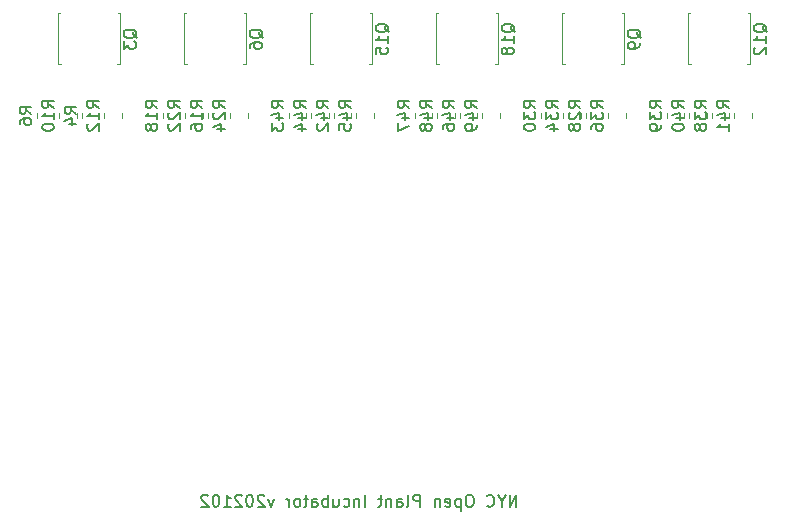
<source format=gbr>
%TF.GenerationSoftware,KiCad,Pcbnew,5.1.9+dfsg1-1*%
%TF.CreationDate,2021-02-28T18:52:37-05:00*%
%TF.ProjectId,incubator_pcb,696e6375-6261-4746-9f72-5f7063622e6b,rev?*%
%TF.SameCoordinates,Original*%
%TF.FileFunction,Legend,Bot*%
%TF.FilePolarity,Positive*%
%FSLAX46Y46*%
G04 Gerber Fmt 4.6, Leading zero omitted, Abs format (unit mm)*
G04 Created by KiCad (PCBNEW 5.1.9+dfsg1-1) date 2021-02-28 18:52:37*
%MOMM*%
%LPD*%
G01*
G04 APERTURE LIST*
%ADD10C,0.150000*%
%ADD11C,0.120000*%
G04 APERTURE END LIST*
D10*
X78587523Y-124912380D02*
X78587523Y-123912380D01*
X78016095Y-124912380D01*
X78016095Y-123912380D01*
X77349428Y-124436190D02*
X77349428Y-124912380D01*
X77682761Y-123912380D02*
X77349428Y-124436190D01*
X77016095Y-123912380D01*
X76111333Y-124817142D02*
X76158952Y-124864761D01*
X76301809Y-124912380D01*
X76397047Y-124912380D01*
X76539904Y-124864761D01*
X76635142Y-124769523D01*
X76682761Y-124674285D01*
X76730380Y-124483809D01*
X76730380Y-124340952D01*
X76682761Y-124150476D01*
X76635142Y-124055238D01*
X76539904Y-123960000D01*
X76397047Y-123912380D01*
X76301809Y-123912380D01*
X76158952Y-123960000D01*
X76111333Y-124007619D01*
X74730380Y-123912380D02*
X74539904Y-123912380D01*
X74444666Y-123960000D01*
X74349428Y-124055238D01*
X74301809Y-124245714D01*
X74301809Y-124579047D01*
X74349428Y-124769523D01*
X74444666Y-124864761D01*
X74539904Y-124912380D01*
X74730380Y-124912380D01*
X74825619Y-124864761D01*
X74920857Y-124769523D01*
X74968476Y-124579047D01*
X74968476Y-124245714D01*
X74920857Y-124055238D01*
X74825619Y-123960000D01*
X74730380Y-123912380D01*
X73873238Y-124245714D02*
X73873238Y-125245714D01*
X73873238Y-124293333D02*
X73778000Y-124245714D01*
X73587523Y-124245714D01*
X73492285Y-124293333D01*
X73444666Y-124340952D01*
X73397047Y-124436190D01*
X73397047Y-124721904D01*
X73444666Y-124817142D01*
X73492285Y-124864761D01*
X73587523Y-124912380D01*
X73778000Y-124912380D01*
X73873238Y-124864761D01*
X72587523Y-124864761D02*
X72682761Y-124912380D01*
X72873238Y-124912380D01*
X72968476Y-124864761D01*
X73016095Y-124769523D01*
X73016095Y-124388571D01*
X72968476Y-124293333D01*
X72873238Y-124245714D01*
X72682761Y-124245714D01*
X72587523Y-124293333D01*
X72539904Y-124388571D01*
X72539904Y-124483809D01*
X73016095Y-124579047D01*
X72111333Y-124245714D02*
X72111333Y-124912380D01*
X72111333Y-124340952D02*
X72063714Y-124293333D01*
X71968476Y-124245714D01*
X71825619Y-124245714D01*
X71730380Y-124293333D01*
X71682761Y-124388571D01*
X71682761Y-124912380D01*
X70444666Y-124912380D02*
X70444666Y-123912380D01*
X70063714Y-123912380D01*
X69968476Y-123960000D01*
X69920857Y-124007619D01*
X69873238Y-124102857D01*
X69873238Y-124245714D01*
X69920857Y-124340952D01*
X69968476Y-124388571D01*
X70063714Y-124436190D01*
X70444666Y-124436190D01*
X69301809Y-124912380D02*
X69397047Y-124864761D01*
X69444666Y-124769523D01*
X69444666Y-123912380D01*
X68492285Y-124912380D02*
X68492285Y-124388571D01*
X68539904Y-124293333D01*
X68635142Y-124245714D01*
X68825619Y-124245714D01*
X68920857Y-124293333D01*
X68492285Y-124864761D02*
X68587523Y-124912380D01*
X68825619Y-124912380D01*
X68920857Y-124864761D01*
X68968476Y-124769523D01*
X68968476Y-124674285D01*
X68920857Y-124579047D01*
X68825619Y-124531428D01*
X68587523Y-124531428D01*
X68492285Y-124483809D01*
X68016095Y-124245714D02*
X68016095Y-124912380D01*
X68016095Y-124340952D02*
X67968476Y-124293333D01*
X67873238Y-124245714D01*
X67730380Y-124245714D01*
X67635142Y-124293333D01*
X67587523Y-124388571D01*
X67587523Y-124912380D01*
X67254190Y-124245714D02*
X66873238Y-124245714D01*
X67111333Y-123912380D02*
X67111333Y-124769523D01*
X67063714Y-124864761D01*
X66968476Y-124912380D01*
X66873238Y-124912380D01*
X65778000Y-124912380D02*
X65778000Y-123912380D01*
X65301809Y-124245714D02*
X65301809Y-124912380D01*
X65301809Y-124340952D02*
X65254190Y-124293333D01*
X65158952Y-124245714D01*
X65016095Y-124245714D01*
X64920857Y-124293333D01*
X64873238Y-124388571D01*
X64873238Y-124912380D01*
X63968476Y-124864761D02*
X64063714Y-124912380D01*
X64254190Y-124912380D01*
X64349428Y-124864761D01*
X64397047Y-124817142D01*
X64444666Y-124721904D01*
X64444666Y-124436190D01*
X64397047Y-124340952D01*
X64349428Y-124293333D01*
X64254190Y-124245714D01*
X64063714Y-124245714D01*
X63968476Y-124293333D01*
X63111333Y-124245714D02*
X63111333Y-124912380D01*
X63539904Y-124245714D02*
X63539904Y-124769523D01*
X63492285Y-124864761D01*
X63397047Y-124912380D01*
X63254190Y-124912380D01*
X63158952Y-124864761D01*
X63111333Y-124817142D01*
X62635142Y-124912380D02*
X62635142Y-123912380D01*
X62635142Y-124293333D02*
X62539904Y-124245714D01*
X62349428Y-124245714D01*
X62254190Y-124293333D01*
X62206571Y-124340952D01*
X62158952Y-124436190D01*
X62158952Y-124721904D01*
X62206571Y-124817142D01*
X62254190Y-124864761D01*
X62349428Y-124912380D01*
X62539904Y-124912380D01*
X62635142Y-124864761D01*
X61301809Y-124912380D02*
X61301809Y-124388571D01*
X61349428Y-124293333D01*
X61444666Y-124245714D01*
X61635142Y-124245714D01*
X61730380Y-124293333D01*
X61301809Y-124864761D02*
X61397047Y-124912380D01*
X61635142Y-124912380D01*
X61730380Y-124864761D01*
X61778000Y-124769523D01*
X61778000Y-124674285D01*
X61730380Y-124579047D01*
X61635142Y-124531428D01*
X61397047Y-124531428D01*
X61301809Y-124483809D01*
X60968476Y-124245714D02*
X60587523Y-124245714D01*
X60825619Y-123912380D02*
X60825619Y-124769523D01*
X60778000Y-124864761D01*
X60682761Y-124912380D01*
X60587523Y-124912380D01*
X60111333Y-124912380D02*
X60206571Y-124864761D01*
X60254190Y-124817142D01*
X60301809Y-124721904D01*
X60301809Y-124436190D01*
X60254190Y-124340952D01*
X60206571Y-124293333D01*
X60111333Y-124245714D01*
X59968476Y-124245714D01*
X59873238Y-124293333D01*
X59825619Y-124340952D01*
X59778000Y-124436190D01*
X59778000Y-124721904D01*
X59825619Y-124817142D01*
X59873238Y-124864761D01*
X59968476Y-124912380D01*
X60111333Y-124912380D01*
X59349428Y-124912380D02*
X59349428Y-124245714D01*
X59349428Y-124436190D02*
X59301809Y-124340952D01*
X59254190Y-124293333D01*
X59158952Y-124245714D01*
X59063714Y-124245714D01*
X58063714Y-124245714D02*
X57825619Y-124912380D01*
X57587523Y-124245714D01*
X57254190Y-124007619D02*
X57206571Y-123960000D01*
X57111333Y-123912380D01*
X56873238Y-123912380D01*
X56778000Y-123960000D01*
X56730380Y-124007619D01*
X56682761Y-124102857D01*
X56682761Y-124198095D01*
X56730380Y-124340952D01*
X57301809Y-124912380D01*
X56682761Y-124912380D01*
X56063714Y-123912380D02*
X55968476Y-123912380D01*
X55873238Y-123960000D01*
X55825619Y-124007619D01*
X55778000Y-124102857D01*
X55730380Y-124293333D01*
X55730380Y-124531428D01*
X55778000Y-124721904D01*
X55825619Y-124817142D01*
X55873238Y-124864761D01*
X55968476Y-124912380D01*
X56063714Y-124912380D01*
X56158952Y-124864761D01*
X56206571Y-124817142D01*
X56254190Y-124721904D01*
X56301809Y-124531428D01*
X56301809Y-124293333D01*
X56254190Y-124102857D01*
X56206571Y-124007619D01*
X56158952Y-123960000D01*
X56063714Y-123912380D01*
X55349428Y-124007619D02*
X55301809Y-123960000D01*
X55206571Y-123912380D01*
X54968476Y-123912380D01*
X54873238Y-123960000D01*
X54825619Y-124007619D01*
X54778000Y-124102857D01*
X54778000Y-124198095D01*
X54825619Y-124340952D01*
X55397047Y-124912380D01*
X54778000Y-124912380D01*
X53825619Y-124912380D02*
X54397047Y-124912380D01*
X54111333Y-124912380D02*
X54111333Y-123912380D01*
X54206571Y-124055238D01*
X54301809Y-124150476D01*
X54397047Y-124198095D01*
X53206571Y-123912380D02*
X53111333Y-123912380D01*
X53016095Y-123960000D01*
X52968476Y-124007619D01*
X52920857Y-124102857D01*
X52873238Y-124293333D01*
X52873238Y-124531428D01*
X52920857Y-124721904D01*
X52968476Y-124817142D01*
X53016095Y-124864761D01*
X53111333Y-124912380D01*
X53206571Y-124912380D01*
X53301809Y-124864761D01*
X53349428Y-124817142D01*
X53397047Y-124721904D01*
X53444666Y-124531428D01*
X53444666Y-124293333D01*
X53397047Y-124102857D01*
X53349428Y-124007619D01*
X53301809Y-123960000D01*
X53206571Y-123912380D01*
X52492285Y-124007619D02*
X52444666Y-123960000D01*
X52349428Y-123912380D01*
X52111333Y-123912380D01*
X52016095Y-123960000D01*
X51968476Y-124007619D01*
X51920857Y-124102857D01*
X51920857Y-124198095D01*
X51968476Y-124340952D01*
X52539904Y-124912380D01*
X51920857Y-124912380D01*
D11*
X40020000Y-87405000D02*
X39820000Y-87405000D01*
X39820000Y-87405000D02*
X39820000Y-83105000D01*
X39820000Y-83105000D02*
X39970000Y-83105000D01*
X44870000Y-83105000D02*
X45020000Y-83105000D01*
X45020000Y-83105000D02*
X45020000Y-87405000D01*
X45020000Y-87405000D02*
X44820000Y-87405000D01*
X77189000Y-91577936D02*
X77189000Y-92032064D01*
X75719000Y-91577936D02*
X75719000Y-92032064D01*
X73379000Y-91577936D02*
X73379000Y-92032064D01*
X71909000Y-91577936D02*
X71909000Y-92032064D01*
X71474000Y-91577936D02*
X71474000Y-92032064D01*
X70004000Y-91577936D02*
X70004000Y-92032064D01*
X75284000Y-91577936D02*
X75284000Y-92032064D01*
X73814000Y-91577936D02*
X73814000Y-92032064D01*
X66521000Y-91577936D02*
X66521000Y-92032064D01*
X65051000Y-91577936D02*
X65051000Y-92032064D01*
X62711000Y-91577936D02*
X62711000Y-92032064D01*
X61241000Y-91577936D02*
X61241000Y-92032064D01*
X60806000Y-91577936D02*
X60806000Y-92032064D01*
X59336000Y-91577936D02*
X59336000Y-92032064D01*
X64616000Y-91577936D02*
X64616000Y-92032064D01*
X63146000Y-91577936D02*
X63146000Y-92032064D01*
X98525000Y-91577936D02*
X98525000Y-92032064D01*
X97055000Y-91577936D02*
X97055000Y-92032064D01*
X94715000Y-91577936D02*
X94715000Y-92032064D01*
X93245000Y-91577936D02*
X93245000Y-92032064D01*
X92810000Y-91577936D02*
X92810000Y-92032064D01*
X91340000Y-91577936D02*
X91340000Y-92032064D01*
X96620000Y-91577936D02*
X96620000Y-92032064D01*
X95150000Y-91577936D02*
X95150000Y-92032064D01*
X87857000Y-91577936D02*
X87857000Y-92032064D01*
X86387000Y-91577936D02*
X86387000Y-92032064D01*
X84047000Y-91577936D02*
X84047000Y-92032064D01*
X82577000Y-91577936D02*
X82577000Y-92032064D01*
X82142000Y-91577936D02*
X82142000Y-92032064D01*
X80672000Y-91577936D02*
X80672000Y-92032064D01*
X85952000Y-91577936D02*
X85952000Y-92032064D01*
X84482000Y-91577936D02*
X84482000Y-92032064D01*
X55853000Y-91577936D02*
X55853000Y-92032064D01*
X54383000Y-91577936D02*
X54383000Y-92032064D01*
X52043000Y-91577936D02*
X52043000Y-92032064D01*
X50573000Y-91577936D02*
X50573000Y-92032064D01*
X50138000Y-91577936D02*
X50138000Y-92032064D01*
X48668000Y-91577936D02*
X48668000Y-92032064D01*
X53948000Y-91577936D02*
X53948000Y-92032064D01*
X52478000Y-91577936D02*
X52478000Y-92032064D01*
X45185000Y-91577936D02*
X45185000Y-92032064D01*
X43715000Y-91577936D02*
X43715000Y-92032064D01*
X41375000Y-91577936D02*
X41375000Y-92032064D01*
X39905000Y-91577936D02*
X39905000Y-92032064D01*
X39470000Y-91577936D02*
X39470000Y-92032064D01*
X38000000Y-91577936D02*
X38000000Y-92032064D01*
X43280000Y-91577936D02*
X43280000Y-92032064D01*
X41810000Y-91577936D02*
X41810000Y-92032064D01*
X72024000Y-87405000D02*
X71824000Y-87405000D01*
X71824000Y-87405000D02*
X71824000Y-83105000D01*
X71824000Y-83105000D02*
X71974000Y-83105000D01*
X76874000Y-83105000D02*
X77024000Y-83105000D01*
X77024000Y-83105000D02*
X77024000Y-87405000D01*
X77024000Y-87405000D02*
X76824000Y-87405000D01*
X61356000Y-87405000D02*
X61156000Y-87405000D01*
X61156000Y-87405000D02*
X61156000Y-83105000D01*
X61156000Y-83105000D02*
X61306000Y-83105000D01*
X66206000Y-83105000D02*
X66356000Y-83105000D01*
X66356000Y-83105000D02*
X66356000Y-87405000D01*
X66356000Y-87405000D02*
X66156000Y-87405000D01*
X93360000Y-87405000D02*
X93160000Y-87405000D01*
X93160000Y-87405000D02*
X93160000Y-83105000D01*
X93160000Y-83105000D02*
X93310000Y-83105000D01*
X98210000Y-83105000D02*
X98360000Y-83105000D01*
X98360000Y-83105000D02*
X98360000Y-87405000D01*
X98360000Y-87405000D02*
X98160000Y-87405000D01*
X82692000Y-87405000D02*
X82492000Y-87405000D01*
X82492000Y-87405000D02*
X82492000Y-83105000D01*
X82492000Y-83105000D02*
X82642000Y-83105000D01*
X87542000Y-83105000D02*
X87692000Y-83105000D01*
X87692000Y-83105000D02*
X87692000Y-87405000D01*
X87692000Y-87405000D02*
X87492000Y-87405000D01*
X50688000Y-87405000D02*
X50488000Y-87405000D01*
X50488000Y-87405000D02*
X50488000Y-83105000D01*
X50488000Y-83105000D02*
X50638000Y-83105000D01*
X55538000Y-83105000D02*
X55688000Y-83105000D01*
X55688000Y-83105000D02*
X55688000Y-87405000D01*
X55688000Y-87405000D02*
X55488000Y-87405000D01*
D10*
X46447619Y-85239761D02*
X46400000Y-85144523D01*
X46304761Y-85049285D01*
X46161904Y-84906428D01*
X46114285Y-84811190D01*
X46114285Y-84715952D01*
X46352380Y-84763571D02*
X46304761Y-84668333D01*
X46209523Y-84573095D01*
X46019047Y-84525476D01*
X45685714Y-84525476D01*
X45495238Y-84573095D01*
X45400000Y-84668333D01*
X45352380Y-84763571D01*
X45352380Y-84954047D01*
X45400000Y-85049285D01*
X45495238Y-85144523D01*
X45685714Y-85192142D01*
X46019047Y-85192142D01*
X46209523Y-85144523D01*
X46304761Y-85049285D01*
X46352380Y-84954047D01*
X46352380Y-84763571D01*
X45352380Y-85525476D02*
X45352380Y-86144523D01*
X45733333Y-85811190D01*
X45733333Y-85954047D01*
X45780952Y-86049285D01*
X45828571Y-86096904D01*
X45923809Y-86144523D01*
X46161904Y-86144523D01*
X46257142Y-86096904D01*
X46304761Y-86049285D01*
X46352380Y-85954047D01*
X46352380Y-85668333D01*
X46304761Y-85573095D01*
X46257142Y-85525476D01*
X75256380Y-91162142D02*
X74780190Y-90828809D01*
X75256380Y-90590714D02*
X74256380Y-90590714D01*
X74256380Y-90971666D01*
X74304000Y-91066904D01*
X74351619Y-91114523D01*
X74446857Y-91162142D01*
X74589714Y-91162142D01*
X74684952Y-91114523D01*
X74732571Y-91066904D01*
X74780190Y-90971666D01*
X74780190Y-90590714D01*
X74589714Y-92019285D02*
X75256380Y-92019285D01*
X74208761Y-91781190D02*
X74923047Y-91543095D01*
X74923047Y-92162142D01*
X75256380Y-92590714D02*
X75256380Y-92781190D01*
X75208761Y-92876428D01*
X75161142Y-92924047D01*
X75018285Y-93019285D01*
X74827809Y-93066904D01*
X74446857Y-93066904D01*
X74351619Y-93019285D01*
X74304000Y-92971666D01*
X74256380Y-92876428D01*
X74256380Y-92685952D01*
X74304000Y-92590714D01*
X74351619Y-92543095D01*
X74446857Y-92495476D01*
X74684952Y-92495476D01*
X74780190Y-92543095D01*
X74827809Y-92590714D01*
X74875428Y-92685952D01*
X74875428Y-92876428D01*
X74827809Y-92971666D01*
X74780190Y-93019285D01*
X74684952Y-93066904D01*
X71446380Y-91162142D02*
X70970190Y-90828809D01*
X71446380Y-90590714D02*
X70446380Y-90590714D01*
X70446380Y-90971666D01*
X70494000Y-91066904D01*
X70541619Y-91114523D01*
X70636857Y-91162142D01*
X70779714Y-91162142D01*
X70874952Y-91114523D01*
X70922571Y-91066904D01*
X70970190Y-90971666D01*
X70970190Y-90590714D01*
X70779714Y-92019285D02*
X71446380Y-92019285D01*
X70398761Y-91781190D02*
X71113047Y-91543095D01*
X71113047Y-92162142D01*
X70874952Y-92685952D02*
X70827333Y-92590714D01*
X70779714Y-92543095D01*
X70684476Y-92495476D01*
X70636857Y-92495476D01*
X70541619Y-92543095D01*
X70494000Y-92590714D01*
X70446380Y-92685952D01*
X70446380Y-92876428D01*
X70494000Y-92971666D01*
X70541619Y-93019285D01*
X70636857Y-93066904D01*
X70684476Y-93066904D01*
X70779714Y-93019285D01*
X70827333Y-92971666D01*
X70874952Y-92876428D01*
X70874952Y-92685952D01*
X70922571Y-92590714D01*
X70970190Y-92543095D01*
X71065428Y-92495476D01*
X71255904Y-92495476D01*
X71351142Y-92543095D01*
X71398761Y-92590714D01*
X71446380Y-92685952D01*
X71446380Y-92876428D01*
X71398761Y-92971666D01*
X71351142Y-93019285D01*
X71255904Y-93066904D01*
X71065428Y-93066904D01*
X70970190Y-93019285D01*
X70922571Y-92971666D01*
X70874952Y-92876428D01*
X69541380Y-91162142D02*
X69065190Y-90828809D01*
X69541380Y-90590714D02*
X68541380Y-90590714D01*
X68541380Y-90971666D01*
X68589000Y-91066904D01*
X68636619Y-91114523D01*
X68731857Y-91162142D01*
X68874714Y-91162142D01*
X68969952Y-91114523D01*
X69017571Y-91066904D01*
X69065190Y-90971666D01*
X69065190Y-90590714D01*
X68874714Y-92019285D02*
X69541380Y-92019285D01*
X68493761Y-91781190D02*
X69208047Y-91543095D01*
X69208047Y-92162142D01*
X68541380Y-92447857D02*
X68541380Y-93114523D01*
X69541380Y-92685952D01*
X73351380Y-91162142D02*
X72875190Y-90828809D01*
X73351380Y-90590714D02*
X72351380Y-90590714D01*
X72351380Y-90971666D01*
X72399000Y-91066904D01*
X72446619Y-91114523D01*
X72541857Y-91162142D01*
X72684714Y-91162142D01*
X72779952Y-91114523D01*
X72827571Y-91066904D01*
X72875190Y-90971666D01*
X72875190Y-90590714D01*
X72684714Y-92019285D02*
X73351380Y-92019285D01*
X72303761Y-91781190D02*
X73018047Y-91543095D01*
X73018047Y-92162142D01*
X72351380Y-92971666D02*
X72351380Y-92781190D01*
X72399000Y-92685952D01*
X72446619Y-92638333D01*
X72589476Y-92543095D01*
X72779952Y-92495476D01*
X73160904Y-92495476D01*
X73256142Y-92543095D01*
X73303761Y-92590714D01*
X73351380Y-92685952D01*
X73351380Y-92876428D01*
X73303761Y-92971666D01*
X73256142Y-93019285D01*
X73160904Y-93066904D01*
X72922809Y-93066904D01*
X72827571Y-93019285D01*
X72779952Y-92971666D01*
X72732333Y-92876428D01*
X72732333Y-92685952D01*
X72779952Y-92590714D01*
X72827571Y-92543095D01*
X72922809Y-92495476D01*
X64588380Y-91162142D02*
X64112190Y-90828809D01*
X64588380Y-90590714D02*
X63588380Y-90590714D01*
X63588380Y-90971666D01*
X63636000Y-91066904D01*
X63683619Y-91114523D01*
X63778857Y-91162142D01*
X63921714Y-91162142D01*
X64016952Y-91114523D01*
X64064571Y-91066904D01*
X64112190Y-90971666D01*
X64112190Y-90590714D01*
X63921714Y-92019285D02*
X64588380Y-92019285D01*
X63540761Y-91781190D02*
X64255047Y-91543095D01*
X64255047Y-92162142D01*
X63588380Y-93019285D02*
X63588380Y-92543095D01*
X64064571Y-92495476D01*
X64016952Y-92543095D01*
X63969333Y-92638333D01*
X63969333Y-92876428D01*
X64016952Y-92971666D01*
X64064571Y-93019285D01*
X64159809Y-93066904D01*
X64397904Y-93066904D01*
X64493142Y-93019285D01*
X64540761Y-92971666D01*
X64588380Y-92876428D01*
X64588380Y-92638333D01*
X64540761Y-92543095D01*
X64493142Y-92495476D01*
X60778380Y-91162142D02*
X60302190Y-90828809D01*
X60778380Y-90590714D02*
X59778380Y-90590714D01*
X59778380Y-90971666D01*
X59826000Y-91066904D01*
X59873619Y-91114523D01*
X59968857Y-91162142D01*
X60111714Y-91162142D01*
X60206952Y-91114523D01*
X60254571Y-91066904D01*
X60302190Y-90971666D01*
X60302190Y-90590714D01*
X60111714Y-92019285D02*
X60778380Y-92019285D01*
X59730761Y-91781190D02*
X60445047Y-91543095D01*
X60445047Y-92162142D01*
X60111714Y-92971666D02*
X60778380Y-92971666D01*
X59730761Y-92733571D02*
X60445047Y-92495476D01*
X60445047Y-93114523D01*
X58873380Y-91162142D02*
X58397190Y-90828809D01*
X58873380Y-90590714D02*
X57873380Y-90590714D01*
X57873380Y-90971666D01*
X57921000Y-91066904D01*
X57968619Y-91114523D01*
X58063857Y-91162142D01*
X58206714Y-91162142D01*
X58301952Y-91114523D01*
X58349571Y-91066904D01*
X58397190Y-90971666D01*
X58397190Y-90590714D01*
X58206714Y-92019285D02*
X58873380Y-92019285D01*
X57825761Y-91781190D02*
X58540047Y-91543095D01*
X58540047Y-92162142D01*
X57873380Y-92447857D02*
X57873380Y-93066904D01*
X58254333Y-92733571D01*
X58254333Y-92876428D01*
X58301952Y-92971666D01*
X58349571Y-93019285D01*
X58444809Y-93066904D01*
X58682904Y-93066904D01*
X58778142Y-93019285D01*
X58825761Y-92971666D01*
X58873380Y-92876428D01*
X58873380Y-92590714D01*
X58825761Y-92495476D01*
X58778142Y-92447857D01*
X62683380Y-91162142D02*
X62207190Y-90828809D01*
X62683380Y-90590714D02*
X61683380Y-90590714D01*
X61683380Y-90971666D01*
X61731000Y-91066904D01*
X61778619Y-91114523D01*
X61873857Y-91162142D01*
X62016714Y-91162142D01*
X62111952Y-91114523D01*
X62159571Y-91066904D01*
X62207190Y-90971666D01*
X62207190Y-90590714D01*
X62016714Y-92019285D02*
X62683380Y-92019285D01*
X61635761Y-91781190D02*
X62350047Y-91543095D01*
X62350047Y-92162142D01*
X61778619Y-92495476D02*
X61731000Y-92543095D01*
X61683380Y-92638333D01*
X61683380Y-92876428D01*
X61731000Y-92971666D01*
X61778619Y-93019285D01*
X61873857Y-93066904D01*
X61969095Y-93066904D01*
X62111952Y-93019285D01*
X62683380Y-92447857D01*
X62683380Y-93066904D01*
X96592380Y-91162142D02*
X96116190Y-90828809D01*
X96592380Y-90590714D02*
X95592380Y-90590714D01*
X95592380Y-90971666D01*
X95640000Y-91066904D01*
X95687619Y-91114523D01*
X95782857Y-91162142D01*
X95925714Y-91162142D01*
X96020952Y-91114523D01*
X96068571Y-91066904D01*
X96116190Y-90971666D01*
X96116190Y-90590714D01*
X95925714Y-92019285D02*
X96592380Y-92019285D01*
X95544761Y-91781190D02*
X96259047Y-91543095D01*
X96259047Y-92162142D01*
X96592380Y-93066904D02*
X96592380Y-92495476D01*
X96592380Y-92781190D02*
X95592380Y-92781190D01*
X95735238Y-92685952D01*
X95830476Y-92590714D01*
X95878095Y-92495476D01*
X92782380Y-91162142D02*
X92306190Y-90828809D01*
X92782380Y-90590714D02*
X91782380Y-90590714D01*
X91782380Y-90971666D01*
X91830000Y-91066904D01*
X91877619Y-91114523D01*
X91972857Y-91162142D01*
X92115714Y-91162142D01*
X92210952Y-91114523D01*
X92258571Y-91066904D01*
X92306190Y-90971666D01*
X92306190Y-90590714D01*
X92115714Y-92019285D02*
X92782380Y-92019285D01*
X91734761Y-91781190D02*
X92449047Y-91543095D01*
X92449047Y-92162142D01*
X91782380Y-92733571D02*
X91782380Y-92828809D01*
X91830000Y-92924047D01*
X91877619Y-92971666D01*
X91972857Y-93019285D01*
X92163333Y-93066904D01*
X92401428Y-93066904D01*
X92591904Y-93019285D01*
X92687142Y-92971666D01*
X92734761Y-92924047D01*
X92782380Y-92828809D01*
X92782380Y-92733571D01*
X92734761Y-92638333D01*
X92687142Y-92590714D01*
X92591904Y-92543095D01*
X92401428Y-92495476D01*
X92163333Y-92495476D01*
X91972857Y-92543095D01*
X91877619Y-92590714D01*
X91830000Y-92638333D01*
X91782380Y-92733571D01*
X90877380Y-91162142D02*
X90401190Y-90828809D01*
X90877380Y-90590714D02*
X89877380Y-90590714D01*
X89877380Y-90971666D01*
X89925000Y-91066904D01*
X89972619Y-91114523D01*
X90067857Y-91162142D01*
X90210714Y-91162142D01*
X90305952Y-91114523D01*
X90353571Y-91066904D01*
X90401190Y-90971666D01*
X90401190Y-90590714D01*
X89877380Y-91495476D02*
X89877380Y-92114523D01*
X90258333Y-91781190D01*
X90258333Y-91924047D01*
X90305952Y-92019285D01*
X90353571Y-92066904D01*
X90448809Y-92114523D01*
X90686904Y-92114523D01*
X90782142Y-92066904D01*
X90829761Y-92019285D01*
X90877380Y-91924047D01*
X90877380Y-91638333D01*
X90829761Y-91543095D01*
X90782142Y-91495476D01*
X90877380Y-92590714D02*
X90877380Y-92781190D01*
X90829761Y-92876428D01*
X90782142Y-92924047D01*
X90639285Y-93019285D01*
X90448809Y-93066904D01*
X90067857Y-93066904D01*
X89972619Y-93019285D01*
X89925000Y-92971666D01*
X89877380Y-92876428D01*
X89877380Y-92685952D01*
X89925000Y-92590714D01*
X89972619Y-92543095D01*
X90067857Y-92495476D01*
X90305952Y-92495476D01*
X90401190Y-92543095D01*
X90448809Y-92590714D01*
X90496428Y-92685952D01*
X90496428Y-92876428D01*
X90448809Y-92971666D01*
X90401190Y-93019285D01*
X90305952Y-93066904D01*
X94687380Y-91162142D02*
X94211190Y-90828809D01*
X94687380Y-90590714D02*
X93687380Y-90590714D01*
X93687380Y-90971666D01*
X93735000Y-91066904D01*
X93782619Y-91114523D01*
X93877857Y-91162142D01*
X94020714Y-91162142D01*
X94115952Y-91114523D01*
X94163571Y-91066904D01*
X94211190Y-90971666D01*
X94211190Y-90590714D01*
X93687380Y-91495476D02*
X93687380Y-92114523D01*
X94068333Y-91781190D01*
X94068333Y-91924047D01*
X94115952Y-92019285D01*
X94163571Y-92066904D01*
X94258809Y-92114523D01*
X94496904Y-92114523D01*
X94592142Y-92066904D01*
X94639761Y-92019285D01*
X94687380Y-91924047D01*
X94687380Y-91638333D01*
X94639761Y-91543095D01*
X94592142Y-91495476D01*
X94115952Y-92685952D02*
X94068333Y-92590714D01*
X94020714Y-92543095D01*
X93925476Y-92495476D01*
X93877857Y-92495476D01*
X93782619Y-92543095D01*
X93735000Y-92590714D01*
X93687380Y-92685952D01*
X93687380Y-92876428D01*
X93735000Y-92971666D01*
X93782619Y-93019285D01*
X93877857Y-93066904D01*
X93925476Y-93066904D01*
X94020714Y-93019285D01*
X94068333Y-92971666D01*
X94115952Y-92876428D01*
X94115952Y-92685952D01*
X94163571Y-92590714D01*
X94211190Y-92543095D01*
X94306428Y-92495476D01*
X94496904Y-92495476D01*
X94592142Y-92543095D01*
X94639761Y-92590714D01*
X94687380Y-92685952D01*
X94687380Y-92876428D01*
X94639761Y-92971666D01*
X94592142Y-93019285D01*
X94496904Y-93066904D01*
X94306428Y-93066904D01*
X94211190Y-93019285D01*
X94163571Y-92971666D01*
X94115952Y-92876428D01*
X85924380Y-91162142D02*
X85448190Y-90828809D01*
X85924380Y-90590714D02*
X84924380Y-90590714D01*
X84924380Y-90971666D01*
X84972000Y-91066904D01*
X85019619Y-91114523D01*
X85114857Y-91162142D01*
X85257714Y-91162142D01*
X85352952Y-91114523D01*
X85400571Y-91066904D01*
X85448190Y-90971666D01*
X85448190Y-90590714D01*
X84924380Y-91495476D02*
X84924380Y-92114523D01*
X85305333Y-91781190D01*
X85305333Y-91924047D01*
X85352952Y-92019285D01*
X85400571Y-92066904D01*
X85495809Y-92114523D01*
X85733904Y-92114523D01*
X85829142Y-92066904D01*
X85876761Y-92019285D01*
X85924380Y-91924047D01*
X85924380Y-91638333D01*
X85876761Y-91543095D01*
X85829142Y-91495476D01*
X84924380Y-92971666D02*
X84924380Y-92781190D01*
X84972000Y-92685952D01*
X85019619Y-92638333D01*
X85162476Y-92543095D01*
X85352952Y-92495476D01*
X85733904Y-92495476D01*
X85829142Y-92543095D01*
X85876761Y-92590714D01*
X85924380Y-92685952D01*
X85924380Y-92876428D01*
X85876761Y-92971666D01*
X85829142Y-93019285D01*
X85733904Y-93066904D01*
X85495809Y-93066904D01*
X85400571Y-93019285D01*
X85352952Y-92971666D01*
X85305333Y-92876428D01*
X85305333Y-92685952D01*
X85352952Y-92590714D01*
X85400571Y-92543095D01*
X85495809Y-92495476D01*
X82114380Y-91162142D02*
X81638190Y-90828809D01*
X82114380Y-90590714D02*
X81114380Y-90590714D01*
X81114380Y-90971666D01*
X81162000Y-91066904D01*
X81209619Y-91114523D01*
X81304857Y-91162142D01*
X81447714Y-91162142D01*
X81542952Y-91114523D01*
X81590571Y-91066904D01*
X81638190Y-90971666D01*
X81638190Y-90590714D01*
X81114380Y-91495476D02*
X81114380Y-92114523D01*
X81495333Y-91781190D01*
X81495333Y-91924047D01*
X81542952Y-92019285D01*
X81590571Y-92066904D01*
X81685809Y-92114523D01*
X81923904Y-92114523D01*
X82019142Y-92066904D01*
X82066761Y-92019285D01*
X82114380Y-91924047D01*
X82114380Y-91638333D01*
X82066761Y-91543095D01*
X82019142Y-91495476D01*
X81447714Y-92971666D02*
X82114380Y-92971666D01*
X81066761Y-92733571D02*
X81781047Y-92495476D01*
X81781047Y-93114523D01*
X80209380Y-91162142D02*
X79733190Y-90828809D01*
X80209380Y-90590714D02*
X79209380Y-90590714D01*
X79209380Y-90971666D01*
X79257000Y-91066904D01*
X79304619Y-91114523D01*
X79399857Y-91162142D01*
X79542714Y-91162142D01*
X79637952Y-91114523D01*
X79685571Y-91066904D01*
X79733190Y-90971666D01*
X79733190Y-90590714D01*
X79209380Y-91495476D02*
X79209380Y-92114523D01*
X79590333Y-91781190D01*
X79590333Y-91924047D01*
X79637952Y-92019285D01*
X79685571Y-92066904D01*
X79780809Y-92114523D01*
X80018904Y-92114523D01*
X80114142Y-92066904D01*
X80161761Y-92019285D01*
X80209380Y-91924047D01*
X80209380Y-91638333D01*
X80161761Y-91543095D01*
X80114142Y-91495476D01*
X79209380Y-92733571D02*
X79209380Y-92828809D01*
X79257000Y-92924047D01*
X79304619Y-92971666D01*
X79399857Y-93019285D01*
X79590333Y-93066904D01*
X79828428Y-93066904D01*
X80018904Y-93019285D01*
X80114142Y-92971666D01*
X80161761Y-92924047D01*
X80209380Y-92828809D01*
X80209380Y-92733571D01*
X80161761Y-92638333D01*
X80114142Y-92590714D01*
X80018904Y-92543095D01*
X79828428Y-92495476D01*
X79590333Y-92495476D01*
X79399857Y-92543095D01*
X79304619Y-92590714D01*
X79257000Y-92638333D01*
X79209380Y-92733571D01*
X84019380Y-91162142D02*
X83543190Y-90828809D01*
X84019380Y-90590714D02*
X83019380Y-90590714D01*
X83019380Y-90971666D01*
X83067000Y-91066904D01*
X83114619Y-91114523D01*
X83209857Y-91162142D01*
X83352714Y-91162142D01*
X83447952Y-91114523D01*
X83495571Y-91066904D01*
X83543190Y-90971666D01*
X83543190Y-90590714D01*
X83114619Y-91543095D02*
X83067000Y-91590714D01*
X83019380Y-91685952D01*
X83019380Y-91924047D01*
X83067000Y-92019285D01*
X83114619Y-92066904D01*
X83209857Y-92114523D01*
X83305095Y-92114523D01*
X83447952Y-92066904D01*
X84019380Y-91495476D01*
X84019380Y-92114523D01*
X83447952Y-92685952D02*
X83400333Y-92590714D01*
X83352714Y-92543095D01*
X83257476Y-92495476D01*
X83209857Y-92495476D01*
X83114619Y-92543095D01*
X83067000Y-92590714D01*
X83019380Y-92685952D01*
X83019380Y-92876428D01*
X83067000Y-92971666D01*
X83114619Y-93019285D01*
X83209857Y-93066904D01*
X83257476Y-93066904D01*
X83352714Y-93019285D01*
X83400333Y-92971666D01*
X83447952Y-92876428D01*
X83447952Y-92685952D01*
X83495571Y-92590714D01*
X83543190Y-92543095D01*
X83638428Y-92495476D01*
X83828904Y-92495476D01*
X83924142Y-92543095D01*
X83971761Y-92590714D01*
X84019380Y-92685952D01*
X84019380Y-92876428D01*
X83971761Y-92971666D01*
X83924142Y-93019285D01*
X83828904Y-93066904D01*
X83638428Y-93066904D01*
X83543190Y-93019285D01*
X83495571Y-92971666D01*
X83447952Y-92876428D01*
X53920380Y-91162142D02*
X53444190Y-90828809D01*
X53920380Y-90590714D02*
X52920380Y-90590714D01*
X52920380Y-90971666D01*
X52968000Y-91066904D01*
X53015619Y-91114523D01*
X53110857Y-91162142D01*
X53253714Y-91162142D01*
X53348952Y-91114523D01*
X53396571Y-91066904D01*
X53444190Y-90971666D01*
X53444190Y-90590714D01*
X53015619Y-91543095D02*
X52968000Y-91590714D01*
X52920380Y-91685952D01*
X52920380Y-91924047D01*
X52968000Y-92019285D01*
X53015619Y-92066904D01*
X53110857Y-92114523D01*
X53206095Y-92114523D01*
X53348952Y-92066904D01*
X53920380Y-91495476D01*
X53920380Y-92114523D01*
X53253714Y-92971666D02*
X53920380Y-92971666D01*
X52872761Y-92733571D02*
X53587047Y-92495476D01*
X53587047Y-93114523D01*
X50110380Y-91162142D02*
X49634190Y-90828809D01*
X50110380Y-90590714D02*
X49110380Y-90590714D01*
X49110380Y-90971666D01*
X49158000Y-91066904D01*
X49205619Y-91114523D01*
X49300857Y-91162142D01*
X49443714Y-91162142D01*
X49538952Y-91114523D01*
X49586571Y-91066904D01*
X49634190Y-90971666D01*
X49634190Y-90590714D01*
X49205619Y-91543095D02*
X49158000Y-91590714D01*
X49110380Y-91685952D01*
X49110380Y-91924047D01*
X49158000Y-92019285D01*
X49205619Y-92066904D01*
X49300857Y-92114523D01*
X49396095Y-92114523D01*
X49538952Y-92066904D01*
X50110380Y-91495476D01*
X50110380Y-92114523D01*
X49205619Y-92495476D02*
X49158000Y-92543095D01*
X49110380Y-92638333D01*
X49110380Y-92876428D01*
X49158000Y-92971666D01*
X49205619Y-93019285D01*
X49300857Y-93066904D01*
X49396095Y-93066904D01*
X49538952Y-93019285D01*
X50110380Y-92447857D01*
X50110380Y-93066904D01*
X48205380Y-91162142D02*
X47729190Y-90828809D01*
X48205380Y-90590714D02*
X47205380Y-90590714D01*
X47205380Y-90971666D01*
X47253000Y-91066904D01*
X47300619Y-91114523D01*
X47395857Y-91162142D01*
X47538714Y-91162142D01*
X47633952Y-91114523D01*
X47681571Y-91066904D01*
X47729190Y-90971666D01*
X47729190Y-90590714D01*
X48205380Y-92114523D02*
X48205380Y-91543095D01*
X48205380Y-91828809D02*
X47205380Y-91828809D01*
X47348238Y-91733571D01*
X47443476Y-91638333D01*
X47491095Y-91543095D01*
X47633952Y-92685952D02*
X47586333Y-92590714D01*
X47538714Y-92543095D01*
X47443476Y-92495476D01*
X47395857Y-92495476D01*
X47300619Y-92543095D01*
X47253000Y-92590714D01*
X47205380Y-92685952D01*
X47205380Y-92876428D01*
X47253000Y-92971666D01*
X47300619Y-93019285D01*
X47395857Y-93066904D01*
X47443476Y-93066904D01*
X47538714Y-93019285D01*
X47586333Y-92971666D01*
X47633952Y-92876428D01*
X47633952Y-92685952D01*
X47681571Y-92590714D01*
X47729190Y-92543095D01*
X47824428Y-92495476D01*
X48014904Y-92495476D01*
X48110142Y-92543095D01*
X48157761Y-92590714D01*
X48205380Y-92685952D01*
X48205380Y-92876428D01*
X48157761Y-92971666D01*
X48110142Y-93019285D01*
X48014904Y-93066904D01*
X47824428Y-93066904D01*
X47729190Y-93019285D01*
X47681571Y-92971666D01*
X47633952Y-92876428D01*
X52015380Y-91162142D02*
X51539190Y-90828809D01*
X52015380Y-90590714D02*
X51015380Y-90590714D01*
X51015380Y-90971666D01*
X51063000Y-91066904D01*
X51110619Y-91114523D01*
X51205857Y-91162142D01*
X51348714Y-91162142D01*
X51443952Y-91114523D01*
X51491571Y-91066904D01*
X51539190Y-90971666D01*
X51539190Y-90590714D01*
X52015380Y-92114523D02*
X52015380Y-91543095D01*
X52015380Y-91828809D02*
X51015380Y-91828809D01*
X51158238Y-91733571D01*
X51253476Y-91638333D01*
X51301095Y-91543095D01*
X51015380Y-92971666D02*
X51015380Y-92781190D01*
X51063000Y-92685952D01*
X51110619Y-92638333D01*
X51253476Y-92543095D01*
X51443952Y-92495476D01*
X51824904Y-92495476D01*
X51920142Y-92543095D01*
X51967761Y-92590714D01*
X52015380Y-92685952D01*
X52015380Y-92876428D01*
X51967761Y-92971666D01*
X51920142Y-93019285D01*
X51824904Y-93066904D01*
X51586809Y-93066904D01*
X51491571Y-93019285D01*
X51443952Y-92971666D01*
X51396333Y-92876428D01*
X51396333Y-92685952D01*
X51443952Y-92590714D01*
X51491571Y-92543095D01*
X51586809Y-92495476D01*
X43252380Y-91162142D02*
X42776190Y-90828809D01*
X43252380Y-90590714D02*
X42252380Y-90590714D01*
X42252380Y-90971666D01*
X42300000Y-91066904D01*
X42347619Y-91114523D01*
X42442857Y-91162142D01*
X42585714Y-91162142D01*
X42680952Y-91114523D01*
X42728571Y-91066904D01*
X42776190Y-90971666D01*
X42776190Y-90590714D01*
X43252380Y-92114523D02*
X43252380Y-91543095D01*
X43252380Y-91828809D02*
X42252380Y-91828809D01*
X42395238Y-91733571D01*
X42490476Y-91638333D01*
X42538095Y-91543095D01*
X42347619Y-92495476D02*
X42300000Y-92543095D01*
X42252380Y-92638333D01*
X42252380Y-92876428D01*
X42300000Y-92971666D01*
X42347619Y-93019285D01*
X42442857Y-93066904D01*
X42538095Y-93066904D01*
X42680952Y-93019285D01*
X43252380Y-92447857D01*
X43252380Y-93066904D01*
X39442380Y-91162142D02*
X38966190Y-90828809D01*
X39442380Y-90590714D02*
X38442380Y-90590714D01*
X38442380Y-90971666D01*
X38490000Y-91066904D01*
X38537619Y-91114523D01*
X38632857Y-91162142D01*
X38775714Y-91162142D01*
X38870952Y-91114523D01*
X38918571Y-91066904D01*
X38966190Y-90971666D01*
X38966190Y-90590714D01*
X39442380Y-92114523D02*
X39442380Y-91543095D01*
X39442380Y-91828809D02*
X38442380Y-91828809D01*
X38585238Y-91733571D01*
X38680476Y-91638333D01*
X38728095Y-91543095D01*
X38442380Y-92733571D02*
X38442380Y-92828809D01*
X38490000Y-92924047D01*
X38537619Y-92971666D01*
X38632857Y-93019285D01*
X38823333Y-93066904D01*
X39061428Y-93066904D01*
X39251904Y-93019285D01*
X39347142Y-92971666D01*
X39394761Y-92924047D01*
X39442380Y-92828809D01*
X39442380Y-92733571D01*
X39394761Y-92638333D01*
X39347142Y-92590714D01*
X39251904Y-92543095D01*
X39061428Y-92495476D01*
X38823333Y-92495476D01*
X38632857Y-92543095D01*
X38537619Y-92590714D01*
X38490000Y-92638333D01*
X38442380Y-92733571D01*
X37537380Y-91638333D02*
X37061190Y-91305000D01*
X37537380Y-91066904D02*
X36537380Y-91066904D01*
X36537380Y-91447857D01*
X36585000Y-91543095D01*
X36632619Y-91590714D01*
X36727857Y-91638333D01*
X36870714Y-91638333D01*
X36965952Y-91590714D01*
X37013571Y-91543095D01*
X37061190Y-91447857D01*
X37061190Y-91066904D01*
X36537380Y-92495476D02*
X36537380Y-92305000D01*
X36585000Y-92209761D01*
X36632619Y-92162142D01*
X36775476Y-92066904D01*
X36965952Y-92019285D01*
X37346904Y-92019285D01*
X37442142Y-92066904D01*
X37489761Y-92114523D01*
X37537380Y-92209761D01*
X37537380Y-92400238D01*
X37489761Y-92495476D01*
X37442142Y-92543095D01*
X37346904Y-92590714D01*
X37108809Y-92590714D01*
X37013571Y-92543095D01*
X36965952Y-92495476D01*
X36918333Y-92400238D01*
X36918333Y-92209761D01*
X36965952Y-92114523D01*
X37013571Y-92066904D01*
X37108809Y-92019285D01*
X41347380Y-91638333D02*
X40871190Y-91305000D01*
X41347380Y-91066904D02*
X40347380Y-91066904D01*
X40347380Y-91447857D01*
X40395000Y-91543095D01*
X40442619Y-91590714D01*
X40537857Y-91638333D01*
X40680714Y-91638333D01*
X40775952Y-91590714D01*
X40823571Y-91543095D01*
X40871190Y-91447857D01*
X40871190Y-91066904D01*
X40680714Y-92495476D02*
X41347380Y-92495476D01*
X40299761Y-92257380D02*
X41014047Y-92019285D01*
X41014047Y-92638333D01*
X78451619Y-84763571D02*
X78404000Y-84668333D01*
X78308761Y-84573095D01*
X78165904Y-84430238D01*
X78118285Y-84335000D01*
X78118285Y-84239761D01*
X78356380Y-84287380D02*
X78308761Y-84192142D01*
X78213523Y-84096904D01*
X78023047Y-84049285D01*
X77689714Y-84049285D01*
X77499238Y-84096904D01*
X77404000Y-84192142D01*
X77356380Y-84287380D01*
X77356380Y-84477857D01*
X77404000Y-84573095D01*
X77499238Y-84668333D01*
X77689714Y-84715952D01*
X78023047Y-84715952D01*
X78213523Y-84668333D01*
X78308761Y-84573095D01*
X78356380Y-84477857D01*
X78356380Y-84287380D01*
X78356380Y-85668333D02*
X78356380Y-85096904D01*
X78356380Y-85382619D02*
X77356380Y-85382619D01*
X77499238Y-85287380D01*
X77594476Y-85192142D01*
X77642095Y-85096904D01*
X77784952Y-86239761D02*
X77737333Y-86144523D01*
X77689714Y-86096904D01*
X77594476Y-86049285D01*
X77546857Y-86049285D01*
X77451619Y-86096904D01*
X77404000Y-86144523D01*
X77356380Y-86239761D01*
X77356380Y-86430238D01*
X77404000Y-86525476D01*
X77451619Y-86573095D01*
X77546857Y-86620714D01*
X77594476Y-86620714D01*
X77689714Y-86573095D01*
X77737333Y-86525476D01*
X77784952Y-86430238D01*
X77784952Y-86239761D01*
X77832571Y-86144523D01*
X77880190Y-86096904D01*
X77975428Y-86049285D01*
X78165904Y-86049285D01*
X78261142Y-86096904D01*
X78308761Y-86144523D01*
X78356380Y-86239761D01*
X78356380Y-86430238D01*
X78308761Y-86525476D01*
X78261142Y-86573095D01*
X78165904Y-86620714D01*
X77975428Y-86620714D01*
X77880190Y-86573095D01*
X77832571Y-86525476D01*
X77784952Y-86430238D01*
X67783619Y-84763571D02*
X67736000Y-84668333D01*
X67640761Y-84573095D01*
X67497904Y-84430238D01*
X67450285Y-84335000D01*
X67450285Y-84239761D01*
X67688380Y-84287380D02*
X67640761Y-84192142D01*
X67545523Y-84096904D01*
X67355047Y-84049285D01*
X67021714Y-84049285D01*
X66831238Y-84096904D01*
X66736000Y-84192142D01*
X66688380Y-84287380D01*
X66688380Y-84477857D01*
X66736000Y-84573095D01*
X66831238Y-84668333D01*
X67021714Y-84715952D01*
X67355047Y-84715952D01*
X67545523Y-84668333D01*
X67640761Y-84573095D01*
X67688380Y-84477857D01*
X67688380Y-84287380D01*
X67688380Y-85668333D02*
X67688380Y-85096904D01*
X67688380Y-85382619D02*
X66688380Y-85382619D01*
X66831238Y-85287380D01*
X66926476Y-85192142D01*
X66974095Y-85096904D01*
X66688380Y-86573095D02*
X66688380Y-86096904D01*
X67164571Y-86049285D01*
X67116952Y-86096904D01*
X67069333Y-86192142D01*
X67069333Y-86430238D01*
X67116952Y-86525476D01*
X67164571Y-86573095D01*
X67259809Y-86620714D01*
X67497904Y-86620714D01*
X67593142Y-86573095D01*
X67640761Y-86525476D01*
X67688380Y-86430238D01*
X67688380Y-86192142D01*
X67640761Y-86096904D01*
X67593142Y-86049285D01*
X99787619Y-84763571D02*
X99740000Y-84668333D01*
X99644761Y-84573095D01*
X99501904Y-84430238D01*
X99454285Y-84335000D01*
X99454285Y-84239761D01*
X99692380Y-84287380D02*
X99644761Y-84192142D01*
X99549523Y-84096904D01*
X99359047Y-84049285D01*
X99025714Y-84049285D01*
X98835238Y-84096904D01*
X98740000Y-84192142D01*
X98692380Y-84287380D01*
X98692380Y-84477857D01*
X98740000Y-84573095D01*
X98835238Y-84668333D01*
X99025714Y-84715952D01*
X99359047Y-84715952D01*
X99549523Y-84668333D01*
X99644761Y-84573095D01*
X99692380Y-84477857D01*
X99692380Y-84287380D01*
X99692380Y-85668333D02*
X99692380Y-85096904D01*
X99692380Y-85382619D02*
X98692380Y-85382619D01*
X98835238Y-85287380D01*
X98930476Y-85192142D01*
X98978095Y-85096904D01*
X98787619Y-86049285D02*
X98740000Y-86096904D01*
X98692380Y-86192142D01*
X98692380Y-86430238D01*
X98740000Y-86525476D01*
X98787619Y-86573095D01*
X98882857Y-86620714D01*
X98978095Y-86620714D01*
X99120952Y-86573095D01*
X99692380Y-86001666D01*
X99692380Y-86620714D01*
X89119619Y-85239761D02*
X89072000Y-85144523D01*
X88976761Y-85049285D01*
X88833904Y-84906428D01*
X88786285Y-84811190D01*
X88786285Y-84715952D01*
X89024380Y-84763571D02*
X88976761Y-84668333D01*
X88881523Y-84573095D01*
X88691047Y-84525476D01*
X88357714Y-84525476D01*
X88167238Y-84573095D01*
X88072000Y-84668333D01*
X88024380Y-84763571D01*
X88024380Y-84954047D01*
X88072000Y-85049285D01*
X88167238Y-85144523D01*
X88357714Y-85192142D01*
X88691047Y-85192142D01*
X88881523Y-85144523D01*
X88976761Y-85049285D01*
X89024380Y-84954047D01*
X89024380Y-84763571D01*
X89024380Y-85668333D02*
X89024380Y-85858809D01*
X88976761Y-85954047D01*
X88929142Y-86001666D01*
X88786285Y-86096904D01*
X88595809Y-86144523D01*
X88214857Y-86144523D01*
X88119619Y-86096904D01*
X88072000Y-86049285D01*
X88024380Y-85954047D01*
X88024380Y-85763571D01*
X88072000Y-85668333D01*
X88119619Y-85620714D01*
X88214857Y-85573095D01*
X88452952Y-85573095D01*
X88548190Y-85620714D01*
X88595809Y-85668333D01*
X88643428Y-85763571D01*
X88643428Y-85954047D01*
X88595809Y-86049285D01*
X88548190Y-86096904D01*
X88452952Y-86144523D01*
X57115619Y-85239761D02*
X57068000Y-85144523D01*
X56972761Y-85049285D01*
X56829904Y-84906428D01*
X56782285Y-84811190D01*
X56782285Y-84715952D01*
X57020380Y-84763571D02*
X56972761Y-84668333D01*
X56877523Y-84573095D01*
X56687047Y-84525476D01*
X56353714Y-84525476D01*
X56163238Y-84573095D01*
X56068000Y-84668333D01*
X56020380Y-84763571D01*
X56020380Y-84954047D01*
X56068000Y-85049285D01*
X56163238Y-85144523D01*
X56353714Y-85192142D01*
X56687047Y-85192142D01*
X56877523Y-85144523D01*
X56972761Y-85049285D01*
X57020380Y-84954047D01*
X57020380Y-84763571D01*
X56020380Y-86049285D02*
X56020380Y-85858809D01*
X56068000Y-85763571D01*
X56115619Y-85715952D01*
X56258476Y-85620714D01*
X56448952Y-85573095D01*
X56829904Y-85573095D01*
X56925142Y-85620714D01*
X56972761Y-85668333D01*
X57020380Y-85763571D01*
X57020380Y-85954047D01*
X56972761Y-86049285D01*
X56925142Y-86096904D01*
X56829904Y-86144523D01*
X56591809Y-86144523D01*
X56496571Y-86096904D01*
X56448952Y-86049285D01*
X56401333Y-85954047D01*
X56401333Y-85763571D01*
X56448952Y-85668333D01*
X56496571Y-85620714D01*
X56591809Y-85573095D01*
M02*

</source>
